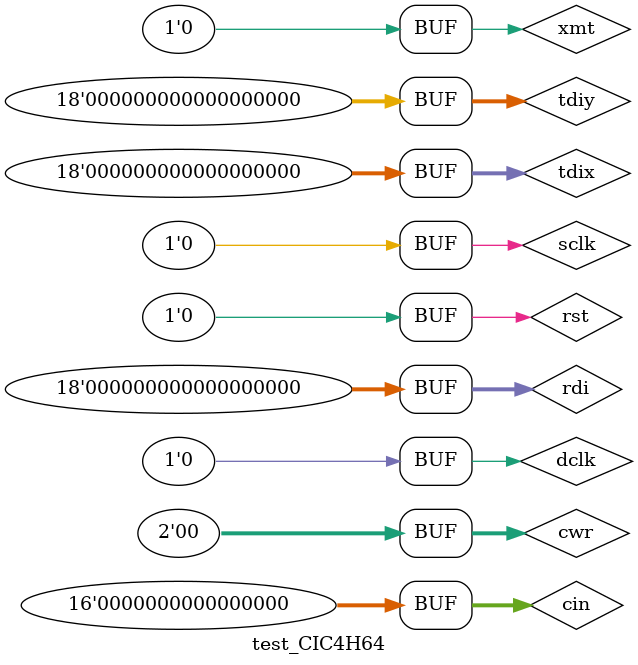
<source format=v>
`timescale 1ns / 1ps

module test_CIC4H64;

	// Inputs
	reg [17:0] rdi;
	reg [17:0] tdix,tdiy;
	reg sclk;
	reg dclk;
	reg rst;
	reg xmt;
	reg [15:0] cin;
	reg [1:0] cwr;
	reg [17:0] x,y;
	reg [17:0] sig;

	// Outputs
	wire tie;
	wire [17:0] rdo;
	wire [17:0] tdo;
	wire rov;
	wire ovf;

	// Instantiate the Unit Under Test (UUT)
	CIC4H64 uut (
		.rdi(rdi), 
		.tdix(tdix), 
		.tdiy(tdiy), 
		.tie(tie), 
		.rdo(rdo), 
		.tdo(tdo), 
		.rov(rov),
		.ovf(ovf),
		.dclk(dclk), 
		.iq(sclk),
		.rst(rst), 
		.xmt(xmt), 
		.cin(cin), 
		.cwr(cwr)
	);
	always @ (posedge dclk) if (xmt|rov) sig <= xmt ? tdo : rdo;
	always @ (posedge sclk) if (xmt|rov) x <= sig;
	always @ (posedge sclk) if (xmt|rov) y <= xmt ? tdo : rdo;

	initial begin
		// Initialize Inputs
		rdi = 0;
		tdix = 0; tdiy = 0;
		sclk = 0;
		dclk = 0;
		rst = 0;
		xmt = 0;
		cin = 0;
		cwr = 0;
		sig = 0;

		// Wait 100 ns for global reset to finish
		#100;
		
		// register 1: bits 15-10 = gain exponent, bits 10-6 = integer gain, bits 5-0 = fractional gain
		// register 2: bits 11-0 = interpolation/decimation factor - 1
		// configure to interpolate by 16 - Gain = 2^42/2^12 = 2^30 = 4 x 2^28
		// exp=28, int=4, frac=0 => 011100 0100 000000 = 7100
		#5 dclk = 1; sclk = 1;
		#5 dclk = 0; sclk = 1;
		#5 dclk = 1; sclk = 0; xmt = 1; rst = 1; cwr = 1; cin = 16'h7100;
		#5 dclk = 0; sclk = 0;
		#5 dclk = 1; sclk = 1;
		#5 dclk = 0; sclk = 1;
		#5 dclk = 1; sclk = 0; xmt = 1; rst = 1; cwr = 2; cin = 16'h000F;
		#5 dclk = 0; sclk = 0;
      // reset
		repeat (20)
		begin
			#5 dclk = 1; sclk = 1;
			#5 dclk = 0; sclk = 1;
			#5 dclk = 1; sclk = 0; rst = 1; cwr = 0; cin = 0;
			#5 dclk = 0; sclk = 0;
		end
		#5 dclk = 1; sclk = 1;
		#5 dclk = 0; sclk = 1;
		#5 dclk = 1; sclk = 0; rst = 0;
		#5 dclk = 0; sclk = 0;
		// Test transmit path
		repeat (20)
		begin
			#5 dclk = 1; sclk = 1;
			#5 dclk = 0; sclk = 1; tdix = 0; tdiy = 0;
			#5 dclk = 1; sclk = 0;
			#5 dclk = 0; sclk = 0;
		end
		repeat (80)
		begin
			#5 dclk = 1; sclk = 1;
			#5 dclk = 0; sclk = 1; tdix = 100000; tdiy = -100000;
			#5 dclk = 1; sclk = 0;
			#5 dclk = 0; sclk = 0;
		end
		repeat (80)
		begin
			#5 dclk = 1; sclk = 1;
			#5 dclk = 0; sclk = 1; tdix = -100000; tdiy = 100000;
			#5 dclk = 1; sclk = 0;
			#5 dclk = 0; sclk = 0;
		end
		repeat (80)
		begin
			#5 dclk = 1; sclk = 1;
			#5 dclk = 0; sclk = 1; tdix = 0; tdiy = 0;
			#5 dclk = 1; sclk = 0;
			#5 dclk = 0; sclk = 0;
		end
		
		// register 1: bits 15-10 = gain exponent, bits 10-6 = integer gain, bits 5-0 = fractional gain
		// register 2: bits 11-0 = interpolation/decimation factor - 1
		// configure to decimate by 16 - Gain = 2^46/2^16 = 2^30 = 4 x 2^28
		// exp=28, int=4, frac=0 => 011100 0100 000000 = 7100
		#5 dclk = 1; sclk = 1;
		#5 dclk = 0; sclk = 1;
		#5 dclk = 1; sclk = 0; xmt = 0; rst = 1; cwr = 1; cin = 16'h7100;
		#5 dclk = 0; sclk = 0;
		#5 dclk = 1; sclk = 1;
		#5 dclk = 0; sclk = 1;
		#5 dclk = 1; sclk = 0; xmt = 0; rst = 1; cwr = 2; cin = 16'h000F;
		#5 dclk = 0; sclk = 0;
      // reset
		repeat (20)
		begin
			#5 dclk = 1; sclk = 1;
			#5 dclk = 0; sclk = 1;
			#5 dclk = 1; sclk = 0; rst = 1; cwr = 0; cin = 0;
			#5 dclk = 0; sclk = 0;
		end
		#5 dclk = 1; sclk = 1;
		#5 dclk = 0; sclk = 1;
		#5 dclk = 1; sclk = 0; rst = 0;
		#5 dclk = 0; sclk = 0;
		// Test receive path
		repeat (80)
		begin
			#5 dclk = 1; sclk = 1;
			#5 dclk = 0; sclk = 1; rdi = 0;
			#5 dclk = 1; sclk = 0;
			#5 dclk = 0; sclk = 0; rdi = 0;
		end
		repeat (160)
		begin
			#5 dclk = 1; sclk = 1;
			#5 dclk = 0; sclk = 1; rdi = 50000;
			#5 dclk = 1; sclk = 0;
			#5 dclk = 0; sclk = 0; rdi = -50000;
		end
		repeat (160)
		begin
			#5 dclk = 1; sclk = 1;
			#5 dclk = 0; sclk = 1; rdi = -50000;
			#5 dclk = 1; sclk = 0;
			#5 dclk = 0; sclk = 0; rdi = 50000;
		end
		repeat (80)
		begin
			#5 dclk = 1; sclk = 1;
			#5 dclk = 0; sclk = 1; rdi = 0;
			#5 dclk = 1; sclk = 0;
			#5 dclk = 0; sclk = 0; rdi = 0;
		end
	end
      
endmodule


</source>
